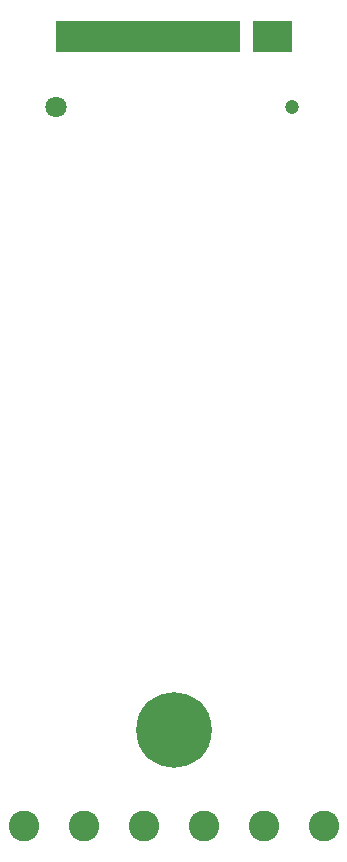
<source format=gbr>
%TF.GenerationSoftware,KiCad,Pcbnew,7.0.5*%
%TF.CreationDate,2023-09-25T01:54:48-05:00*%
%TF.ProjectId,Chimera_0005_Stepper,4368696d-6572-4615-9f30-3030355f5374,rev?*%
%TF.SameCoordinates,Original*%
%TF.FileFunction,Soldermask,Bot*%
%TF.FilePolarity,Negative*%
%FSLAX46Y46*%
G04 Gerber Fmt 4.6, Leading zero omitted, Abs format (unit mm)*
G04 Created by KiCad (PCBNEW 7.0.5) date 2023-09-25 01:54:48*
%MOMM*%
%LPD*%
G01*
G04 APERTURE LIST*
%ADD10C,0.100000*%
%ADD11C,2.600000*%
%ADD12C,1.200000*%
%ADD13C,1.800000*%
%ADD14C,3.600000*%
%ADD15C,6.400000*%
G04 APERTURE END LIST*
%TO.C,U2*%
D10*
X118625000Y-74060000D02*
X115425000Y-74060000D01*
X115425000Y-71560000D01*
X118625000Y-71560000D01*
X118625000Y-74060000D01*
G36*
X118625000Y-74060000D02*
G01*
X115425000Y-74060000D01*
X115425000Y-71560000D01*
X118625000Y-71560000D01*
X118625000Y-74060000D01*
G37*
X114225000Y-74060000D02*
X98775000Y-74060000D01*
X98775000Y-71560000D01*
X114225000Y-71560000D01*
X114225000Y-74060000D01*
G36*
X114225000Y-74060000D02*
G01*
X98775000Y-74060000D01*
X98775000Y-71560000D01*
X114225000Y-71560000D01*
X114225000Y-74060000D01*
G37*
%TD*%
D11*
%TO.C,U3*%
X121400050Y-139700000D03*
X116320040Y-139700000D03*
X111240030Y-139700000D03*
X106160020Y-139700000D03*
X101080010Y-139700000D03*
X96000000Y-139700000D03*
%TD*%
D12*
%TO.C,CN1*%
X118699900Y-78785200D03*
D13*
X98699900Y-78785200D03*
%TD*%
D14*
%TO.C,H1*%
X108700000Y-131560000D03*
D15*
X108700000Y-131560000D03*
%TD*%
M02*

</source>
